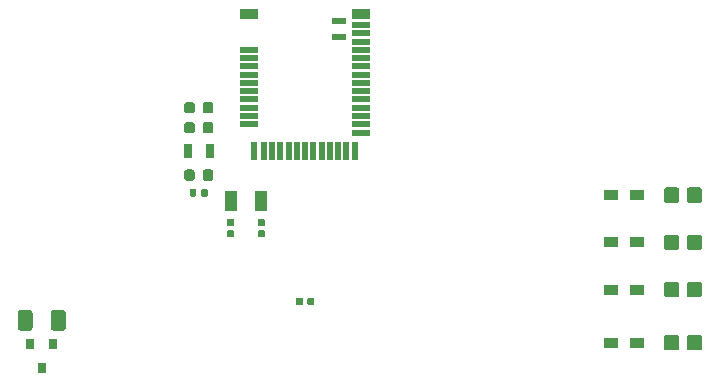
<source format=gtp>
G04 #@! TF.GenerationSoftware,KiCad,Pcbnew,5.1.5-52549c5~84~ubuntu18.04.1*
G04 #@! TF.CreationDate,2019-12-19T18:23:33+05:30*
G04 #@! TF.ProjectId,senseble_rev1,73656e73-6562-46c6-955f-726576312e6b,rev?*
G04 #@! TF.SameCoordinates,Original*
G04 #@! TF.FileFunction,Paste,Top*
G04 #@! TF.FilePolarity,Positive*
%FSLAX46Y46*%
G04 Gerber Fmt 4.6, Leading zero omitted, Abs format (unit mm)*
G04 Created by KiCad (PCBNEW 5.1.5-52549c5~84~ubuntu18.04.1) date 2019-12-19 18:23:33*
%MOMM*%
%LPD*%
G04 APERTURE LIST*
%ADD10C,0.100000*%
%ADD11R,0.700000X1.300000*%
%ADD12R,0.800000X0.900000*%
%ADD13R,1.200000X0.900000*%
%ADD14R,1.200000X0.500000*%
%ADD15R,1.600000X0.900000*%
%ADD16R,1.600000X0.500000*%
%ADD17R,0.500000X1.600000*%
%ADD18R,1.000000X1.800000*%
G04 APERTURE END LIST*
D10*
G36*
X22027691Y-18126053D02*
G01*
X22048926Y-18129203D01*
X22069750Y-18134419D01*
X22089962Y-18141651D01*
X22109368Y-18150830D01*
X22127781Y-18161866D01*
X22145024Y-18174654D01*
X22160930Y-18189070D01*
X22175346Y-18204976D01*
X22188134Y-18222219D01*
X22199170Y-18240632D01*
X22208349Y-18260038D01*
X22215581Y-18280250D01*
X22220797Y-18301074D01*
X22223947Y-18322309D01*
X22225000Y-18343750D01*
X22225000Y-18856250D01*
X22223947Y-18877691D01*
X22220797Y-18898926D01*
X22215581Y-18919750D01*
X22208349Y-18939962D01*
X22199170Y-18959368D01*
X22188134Y-18977781D01*
X22175346Y-18995024D01*
X22160930Y-19010930D01*
X22145024Y-19025346D01*
X22127781Y-19038134D01*
X22109368Y-19049170D01*
X22089962Y-19058349D01*
X22069750Y-19065581D01*
X22048926Y-19070797D01*
X22027691Y-19073947D01*
X22006250Y-19075000D01*
X21568750Y-19075000D01*
X21547309Y-19073947D01*
X21526074Y-19070797D01*
X21505250Y-19065581D01*
X21485038Y-19058349D01*
X21465632Y-19049170D01*
X21447219Y-19038134D01*
X21429976Y-19025346D01*
X21414070Y-19010930D01*
X21399654Y-18995024D01*
X21386866Y-18977781D01*
X21375830Y-18959368D01*
X21366651Y-18939962D01*
X21359419Y-18919750D01*
X21354203Y-18898926D01*
X21351053Y-18877691D01*
X21350000Y-18856250D01*
X21350000Y-18343750D01*
X21351053Y-18322309D01*
X21354203Y-18301074D01*
X21359419Y-18280250D01*
X21366651Y-18260038D01*
X21375830Y-18240632D01*
X21386866Y-18222219D01*
X21399654Y-18204976D01*
X21414070Y-18189070D01*
X21429976Y-18174654D01*
X21447219Y-18161866D01*
X21465632Y-18150830D01*
X21485038Y-18141651D01*
X21505250Y-18134419D01*
X21526074Y-18129203D01*
X21547309Y-18126053D01*
X21568750Y-18125000D01*
X22006250Y-18125000D01*
X22027691Y-18126053D01*
G37*
G36*
X20452691Y-18126053D02*
G01*
X20473926Y-18129203D01*
X20494750Y-18134419D01*
X20514962Y-18141651D01*
X20534368Y-18150830D01*
X20552781Y-18161866D01*
X20570024Y-18174654D01*
X20585930Y-18189070D01*
X20600346Y-18204976D01*
X20613134Y-18222219D01*
X20624170Y-18240632D01*
X20633349Y-18260038D01*
X20640581Y-18280250D01*
X20645797Y-18301074D01*
X20648947Y-18322309D01*
X20650000Y-18343750D01*
X20650000Y-18856250D01*
X20648947Y-18877691D01*
X20645797Y-18898926D01*
X20640581Y-18919750D01*
X20633349Y-18939962D01*
X20624170Y-18959368D01*
X20613134Y-18977781D01*
X20600346Y-18995024D01*
X20585930Y-19010930D01*
X20570024Y-19025346D01*
X20552781Y-19038134D01*
X20534368Y-19049170D01*
X20514962Y-19058349D01*
X20494750Y-19065581D01*
X20473926Y-19070797D01*
X20452691Y-19073947D01*
X20431250Y-19075000D01*
X19993750Y-19075000D01*
X19972309Y-19073947D01*
X19951074Y-19070797D01*
X19930250Y-19065581D01*
X19910038Y-19058349D01*
X19890632Y-19049170D01*
X19872219Y-19038134D01*
X19854976Y-19025346D01*
X19839070Y-19010930D01*
X19824654Y-18995024D01*
X19811866Y-18977781D01*
X19800830Y-18959368D01*
X19791651Y-18939962D01*
X19784419Y-18919750D01*
X19779203Y-18898926D01*
X19776053Y-18877691D01*
X19775000Y-18856250D01*
X19775000Y-18343750D01*
X19776053Y-18322309D01*
X19779203Y-18301074D01*
X19784419Y-18280250D01*
X19791651Y-18260038D01*
X19800830Y-18240632D01*
X19811866Y-18222219D01*
X19824654Y-18204976D01*
X19839070Y-18189070D01*
X19854976Y-18174654D01*
X19872219Y-18161866D01*
X19890632Y-18150830D01*
X19910038Y-18141651D01*
X19930250Y-18134419D01*
X19951074Y-18129203D01*
X19972309Y-18126053D01*
X19993750Y-18125000D01*
X20431250Y-18125000D01*
X20452691Y-18126053D01*
G37*
G36*
X6699504Y-35726204D02*
G01*
X6723773Y-35729804D01*
X6747571Y-35735765D01*
X6770671Y-35744030D01*
X6792849Y-35754520D01*
X6813893Y-35767133D01*
X6833598Y-35781747D01*
X6851777Y-35798223D01*
X6868253Y-35816402D01*
X6882867Y-35836107D01*
X6895480Y-35857151D01*
X6905970Y-35879329D01*
X6914235Y-35902429D01*
X6920196Y-35926227D01*
X6923796Y-35950496D01*
X6925000Y-35975000D01*
X6925000Y-37225000D01*
X6923796Y-37249504D01*
X6920196Y-37273773D01*
X6914235Y-37297571D01*
X6905970Y-37320671D01*
X6895480Y-37342849D01*
X6882867Y-37363893D01*
X6868253Y-37383598D01*
X6851777Y-37401777D01*
X6833598Y-37418253D01*
X6813893Y-37432867D01*
X6792849Y-37445480D01*
X6770671Y-37455970D01*
X6747571Y-37464235D01*
X6723773Y-37470196D01*
X6699504Y-37473796D01*
X6675000Y-37475000D01*
X5925000Y-37475000D01*
X5900496Y-37473796D01*
X5876227Y-37470196D01*
X5852429Y-37464235D01*
X5829329Y-37455970D01*
X5807151Y-37445480D01*
X5786107Y-37432867D01*
X5766402Y-37418253D01*
X5748223Y-37401777D01*
X5731747Y-37383598D01*
X5717133Y-37363893D01*
X5704520Y-37342849D01*
X5694030Y-37320671D01*
X5685765Y-37297571D01*
X5679804Y-37273773D01*
X5676204Y-37249504D01*
X5675000Y-37225000D01*
X5675000Y-35975000D01*
X5676204Y-35950496D01*
X5679804Y-35926227D01*
X5685765Y-35902429D01*
X5694030Y-35879329D01*
X5704520Y-35857151D01*
X5717133Y-35836107D01*
X5731747Y-35816402D01*
X5748223Y-35798223D01*
X5766402Y-35781747D01*
X5786107Y-35767133D01*
X5807151Y-35754520D01*
X5829329Y-35744030D01*
X5852429Y-35735765D01*
X5876227Y-35729804D01*
X5900496Y-35726204D01*
X5925000Y-35725000D01*
X6675000Y-35725000D01*
X6699504Y-35726204D01*
G37*
G36*
X9499504Y-35726204D02*
G01*
X9523773Y-35729804D01*
X9547571Y-35735765D01*
X9570671Y-35744030D01*
X9592849Y-35754520D01*
X9613893Y-35767133D01*
X9633598Y-35781747D01*
X9651777Y-35798223D01*
X9668253Y-35816402D01*
X9682867Y-35836107D01*
X9695480Y-35857151D01*
X9705970Y-35879329D01*
X9714235Y-35902429D01*
X9720196Y-35926227D01*
X9723796Y-35950496D01*
X9725000Y-35975000D01*
X9725000Y-37225000D01*
X9723796Y-37249504D01*
X9720196Y-37273773D01*
X9714235Y-37297571D01*
X9705970Y-37320671D01*
X9695480Y-37342849D01*
X9682867Y-37363893D01*
X9668253Y-37383598D01*
X9651777Y-37401777D01*
X9633598Y-37418253D01*
X9613893Y-37432867D01*
X9592849Y-37445480D01*
X9570671Y-37455970D01*
X9547571Y-37464235D01*
X9523773Y-37470196D01*
X9499504Y-37473796D01*
X9475000Y-37475000D01*
X8725000Y-37475000D01*
X8700496Y-37473796D01*
X8676227Y-37470196D01*
X8652429Y-37464235D01*
X8629329Y-37455970D01*
X8607151Y-37445480D01*
X8586107Y-37432867D01*
X8566402Y-37418253D01*
X8548223Y-37401777D01*
X8531747Y-37383598D01*
X8517133Y-37363893D01*
X8504520Y-37342849D01*
X8494030Y-37320671D01*
X8485765Y-37297571D01*
X8479804Y-37273773D01*
X8476204Y-37249504D01*
X8475000Y-37225000D01*
X8475000Y-35975000D01*
X8476204Y-35950496D01*
X8479804Y-35926227D01*
X8485765Y-35902429D01*
X8494030Y-35879329D01*
X8504520Y-35857151D01*
X8517133Y-35836107D01*
X8531747Y-35816402D01*
X8548223Y-35798223D01*
X8566402Y-35781747D01*
X8586107Y-35767133D01*
X8607151Y-35754520D01*
X8629329Y-35744030D01*
X8652429Y-35735765D01*
X8676227Y-35729804D01*
X8700496Y-35726204D01*
X8725000Y-35725000D01*
X9475000Y-35725000D01*
X9499504Y-35726204D01*
G37*
G36*
X20452691Y-23826053D02*
G01*
X20473926Y-23829203D01*
X20494750Y-23834419D01*
X20514962Y-23841651D01*
X20534368Y-23850830D01*
X20552781Y-23861866D01*
X20570024Y-23874654D01*
X20585930Y-23889070D01*
X20600346Y-23904976D01*
X20613134Y-23922219D01*
X20624170Y-23940632D01*
X20633349Y-23960038D01*
X20640581Y-23980250D01*
X20645797Y-24001074D01*
X20648947Y-24022309D01*
X20650000Y-24043750D01*
X20650000Y-24556250D01*
X20648947Y-24577691D01*
X20645797Y-24598926D01*
X20640581Y-24619750D01*
X20633349Y-24639962D01*
X20624170Y-24659368D01*
X20613134Y-24677781D01*
X20600346Y-24695024D01*
X20585930Y-24710930D01*
X20570024Y-24725346D01*
X20552781Y-24738134D01*
X20534368Y-24749170D01*
X20514962Y-24758349D01*
X20494750Y-24765581D01*
X20473926Y-24770797D01*
X20452691Y-24773947D01*
X20431250Y-24775000D01*
X19993750Y-24775000D01*
X19972309Y-24773947D01*
X19951074Y-24770797D01*
X19930250Y-24765581D01*
X19910038Y-24758349D01*
X19890632Y-24749170D01*
X19872219Y-24738134D01*
X19854976Y-24725346D01*
X19839070Y-24710930D01*
X19824654Y-24695024D01*
X19811866Y-24677781D01*
X19800830Y-24659368D01*
X19791651Y-24639962D01*
X19784419Y-24619750D01*
X19779203Y-24598926D01*
X19776053Y-24577691D01*
X19775000Y-24556250D01*
X19775000Y-24043750D01*
X19776053Y-24022309D01*
X19779203Y-24001074D01*
X19784419Y-23980250D01*
X19791651Y-23960038D01*
X19800830Y-23940632D01*
X19811866Y-23922219D01*
X19824654Y-23904976D01*
X19839070Y-23889070D01*
X19854976Y-23874654D01*
X19872219Y-23861866D01*
X19890632Y-23850830D01*
X19910038Y-23841651D01*
X19930250Y-23834419D01*
X19951074Y-23829203D01*
X19972309Y-23826053D01*
X19993750Y-23825000D01*
X20431250Y-23825000D01*
X20452691Y-23826053D01*
G37*
G36*
X22027691Y-23826053D02*
G01*
X22048926Y-23829203D01*
X22069750Y-23834419D01*
X22089962Y-23841651D01*
X22109368Y-23850830D01*
X22127781Y-23861866D01*
X22145024Y-23874654D01*
X22160930Y-23889070D01*
X22175346Y-23904976D01*
X22188134Y-23922219D01*
X22199170Y-23940632D01*
X22208349Y-23960038D01*
X22215581Y-23980250D01*
X22220797Y-24001074D01*
X22223947Y-24022309D01*
X22225000Y-24043750D01*
X22225000Y-24556250D01*
X22223947Y-24577691D01*
X22220797Y-24598926D01*
X22215581Y-24619750D01*
X22208349Y-24639962D01*
X22199170Y-24659368D01*
X22188134Y-24677781D01*
X22175346Y-24695024D01*
X22160930Y-24710930D01*
X22145024Y-24725346D01*
X22127781Y-24738134D01*
X22109368Y-24749170D01*
X22089962Y-24758349D01*
X22069750Y-24765581D01*
X22048926Y-24770797D01*
X22027691Y-24773947D01*
X22006250Y-24775000D01*
X21568750Y-24775000D01*
X21547309Y-24773947D01*
X21526074Y-24770797D01*
X21505250Y-24765581D01*
X21485038Y-24758349D01*
X21465632Y-24749170D01*
X21447219Y-24738134D01*
X21429976Y-24725346D01*
X21414070Y-24710930D01*
X21399654Y-24695024D01*
X21386866Y-24677781D01*
X21375830Y-24659368D01*
X21366651Y-24639962D01*
X21359419Y-24619750D01*
X21354203Y-24598926D01*
X21351053Y-24577691D01*
X21350000Y-24556250D01*
X21350000Y-24043750D01*
X21351053Y-24022309D01*
X21354203Y-24001074D01*
X21359419Y-23980250D01*
X21366651Y-23960038D01*
X21375830Y-23940632D01*
X21386866Y-23922219D01*
X21399654Y-23904976D01*
X21414070Y-23889070D01*
X21429976Y-23874654D01*
X21447219Y-23861866D01*
X21465632Y-23850830D01*
X21485038Y-23841651D01*
X21505250Y-23834419D01*
X21526074Y-23829203D01*
X21547309Y-23826053D01*
X21568750Y-23825000D01*
X22006250Y-23825000D01*
X22027691Y-23826053D01*
G37*
G36*
X23886958Y-28990710D02*
G01*
X23901276Y-28992834D01*
X23915317Y-28996351D01*
X23928946Y-29001228D01*
X23942031Y-29007417D01*
X23954447Y-29014858D01*
X23966073Y-29023481D01*
X23976798Y-29033202D01*
X23986519Y-29043927D01*
X23995142Y-29055553D01*
X24002583Y-29067969D01*
X24008772Y-29081054D01*
X24013649Y-29094683D01*
X24017166Y-29108724D01*
X24019290Y-29123042D01*
X24020000Y-29137500D01*
X24020000Y-29432500D01*
X24019290Y-29446958D01*
X24017166Y-29461276D01*
X24013649Y-29475317D01*
X24008772Y-29488946D01*
X24002583Y-29502031D01*
X23995142Y-29514447D01*
X23986519Y-29526073D01*
X23976798Y-29536798D01*
X23966073Y-29546519D01*
X23954447Y-29555142D01*
X23942031Y-29562583D01*
X23928946Y-29568772D01*
X23915317Y-29573649D01*
X23901276Y-29577166D01*
X23886958Y-29579290D01*
X23872500Y-29580000D01*
X23527500Y-29580000D01*
X23513042Y-29579290D01*
X23498724Y-29577166D01*
X23484683Y-29573649D01*
X23471054Y-29568772D01*
X23457969Y-29562583D01*
X23445553Y-29555142D01*
X23433927Y-29546519D01*
X23423202Y-29536798D01*
X23413481Y-29526073D01*
X23404858Y-29514447D01*
X23397417Y-29502031D01*
X23391228Y-29488946D01*
X23386351Y-29475317D01*
X23382834Y-29461276D01*
X23380710Y-29446958D01*
X23380000Y-29432500D01*
X23380000Y-29137500D01*
X23380710Y-29123042D01*
X23382834Y-29108724D01*
X23386351Y-29094683D01*
X23391228Y-29081054D01*
X23397417Y-29067969D01*
X23404858Y-29055553D01*
X23413481Y-29043927D01*
X23423202Y-29033202D01*
X23433927Y-29023481D01*
X23445553Y-29014858D01*
X23457969Y-29007417D01*
X23471054Y-29001228D01*
X23484683Y-28996351D01*
X23498724Y-28992834D01*
X23513042Y-28990710D01*
X23527500Y-28990000D01*
X23872500Y-28990000D01*
X23886958Y-28990710D01*
G37*
G36*
X23886958Y-28020710D02*
G01*
X23901276Y-28022834D01*
X23915317Y-28026351D01*
X23928946Y-28031228D01*
X23942031Y-28037417D01*
X23954447Y-28044858D01*
X23966073Y-28053481D01*
X23976798Y-28063202D01*
X23986519Y-28073927D01*
X23995142Y-28085553D01*
X24002583Y-28097969D01*
X24008772Y-28111054D01*
X24013649Y-28124683D01*
X24017166Y-28138724D01*
X24019290Y-28153042D01*
X24020000Y-28167500D01*
X24020000Y-28462500D01*
X24019290Y-28476958D01*
X24017166Y-28491276D01*
X24013649Y-28505317D01*
X24008772Y-28518946D01*
X24002583Y-28532031D01*
X23995142Y-28544447D01*
X23986519Y-28556073D01*
X23976798Y-28566798D01*
X23966073Y-28576519D01*
X23954447Y-28585142D01*
X23942031Y-28592583D01*
X23928946Y-28598772D01*
X23915317Y-28603649D01*
X23901276Y-28607166D01*
X23886958Y-28609290D01*
X23872500Y-28610000D01*
X23527500Y-28610000D01*
X23513042Y-28609290D01*
X23498724Y-28607166D01*
X23484683Y-28603649D01*
X23471054Y-28598772D01*
X23457969Y-28592583D01*
X23445553Y-28585142D01*
X23433927Y-28576519D01*
X23423202Y-28566798D01*
X23413481Y-28556073D01*
X23404858Y-28544447D01*
X23397417Y-28532031D01*
X23391228Y-28518946D01*
X23386351Y-28505317D01*
X23382834Y-28491276D01*
X23380710Y-28476958D01*
X23380000Y-28462500D01*
X23380000Y-28167500D01*
X23380710Y-28153042D01*
X23382834Y-28138724D01*
X23386351Y-28124683D01*
X23391228Y-28111054D01*
X23397417Y-28097969D01*
X23404858Y-28085553D01*
X23413481Y-28073927D01*
X23423202Y-28063202D01*
X23433927Y-28053481D01*
X23445553Y-28044858D01*
X23457969Y-28037417D01*
X23471054Y-28031228D01*
X23484683Y-28026351D01*
X23498724Y-28022834D01*
X23513042Y-28020710D01*
X23527500Y-28020000D01*
X23872500Y-28020000D01*
X23886958Y-28020710D01*
G37*
G36*
X21646958Y-25480710D02*
G01*
X21661276Y-25482834D01*
X21675317Y-25486351D01*
X21688946Y-25491228D01*
X21702031Y-25497417D01*
X21714447Y-25504858D01*
X21726073Y-25513481D01*
X21736798Y-25523202D01*
X21746519Y-25533927D01*
X21755142Y-25545553D01*
X21762583Y-25557969D01*
X21768772Y-25571054D01*
X21773649Y-25584683D01*
X21777166Y-25598724D01*
X21779290Y-25613042D01*
X21780000Y-25627500D01*
X21780000Y-25972500D01*
X21779290Y-25986958D01*
X21777166Y-26001276D01*
X21773649Y-26015317D01*
X21768772Y-26028946D01*
X21762583Y-26042031D01*
X21755142Y-26054447D01*
X21746519Y-26066073D01*
X21736798Y-26076798D01*
X21726073Y-26086519D01*
X21714447Y-26095142D01*
X21702031Y-26102583D01*
X21688946Y-26108772D01*
X21675317Y-26113649D01*
X21661276Y-26117166D01*
X21646958Y-26119290D01*
X21632500Y-26120000D01*
X21337500Y-26120000D01*
X21323042Y-26119290D01*
X21308724Y-26117166D01*
X21294683Y-26113649D01*
X21281054Y-26108772D01*
X21267969Y-26102583D01*
X21255553Y-26095142D01*
X21243927Y-26086519D01*
X21233202Y-26076798D01*
X21223481Y-26066073D01*
X21214858Y-26054447D01*
X21207417Y-26042031D01*
X21201228Y-26028946D01*
X21196351Y-26015317D01*
X21192834Y-26001276D01*
X21190710Y-25986958D01*
X21190000Y-25972500D01*
X21190000Y-25627500D01*
X21190710Y-25613042D01*
X21192834Y-25598724D01*
X21196351Y-25584683D01*
X21201228Y-25571054D01*
X21207417Y-25557969D01*
X21214858Y-25545553D01*
X21223481Y-25533927D01*
X21233202Y-25523202D01*
X21243927Y-25513481D01*
X21255553Y-25504858D01*
X21267969Y-25497417D01*
X21281054Y-25491228D01*
X21294683Y-25486351D01*
X21308724Y-25482834D01*
X21323042Y-25480710D01*
X21337500Y-25480000D01*
X21632500Y-25480000D01*
X21646958Y-25480710D01*
G37*
G36*
X20676958Y-25480710D02*
G01*
X20691276Y-25482834D01*
X20705317Y-25486351D01*
X20718946Y-25491228D01*
X20732031Y-25497417D01*
X20744447Y-25504858D01*
X20756073Y-25513481D01*
X20766798Y-25523202D01*
X20776519Y-25533927D01*
X20785142Y-25545553D01*
X20792583Y-25557969D01*
X20798772Y-25571054D01*
X20803649Y-25584683D01*
X20807166Y-25598724D01*
X20809290Y-25613042D01*
X20810000Y-25627500D01*
X20810000Y-25972500D01*
X20809290Y-25986958D01*
X20807166Y-26001276D01*
X20803649Y-26015317D01*
X20798772Y-26028946D01*
X20792583Y-26042031D01*
X20785142Y-26054447D01*
X20776519Y-26066073D01*
X20766798Y-26076798D01*
X20756073Y-26086519D01*
X20744447Y-26095142D01*
X20732031Y-26102583D01*
X20718946Y-26108772D01*
X20705317Y-26113649D01*
X20691276Y-26117166D01*
X20676958Y-26119290D01*
X20662500Y-26120000D01*
X20367500Y-26120000D01*
X20353042Y-26119290D01*
X20338724Y-26117166D01*
X20324683Y-26113649D01*
X20311054Y-26108772D01*
X20297969Y-26102583D01*
X20285553Y-26095142D01*
X20273927Y-26086519D01*
X20263202Y-26076798D01*
X20253481Y-26066073D01*
X20244858Y-26054447D01*
X20237417Y-26042031D01*
X20231228Y-26028946D01*
X20226351Y-26015317D01*
X20222834Y-26001276D01*
X20220710Y-25986958D01*
X20220000Y-25972500D01*
X20220000Y-25627500D01*
X20220710Y-25613042D01*
X20222834Y-25598724D01*
X20226351Y-25584683D01*
X20231228Y-25571054D01*
X20237417Y-25557969D01*
X20244858Y-25545553D01*
X20253481Y-25533927D01*
X20263202Y-25523202D01*
X20273927Y-25513481D01*
X20285553Y-25504858D01*
X20297969Y-25497417D01*
X20311054Y-25491228D01*
X20324683Y-25486351D01*
X20338724Y-25482834D01*
X20353042Y-25480710D01*
X20367500Y-25480000D01*
X20662500Y-25480000D01*
X20676958Y-25480710D01*
G37*
G36*
X26486958Y-28020710D02*
G01*
X26501276Y-28022834D01*
X26515317Y-28026351D01*
X26528946Y-28031228D01*
X26542031Y-28037417D01*
X26554447Y-28044858D01*
X26566073Y-28053481D01*
X26576798Y-28063202D01*
X26586519Y-28073927D01*
X26595142Y-28085553D01*
X26602583Y-28097969D01*
X26608772Y-28111054D01*
X26613649Y-28124683D01*
X26617166Y-28138724D01*
X26619290Y-28153042D01*
X26620000Y-28167500D01*
X26620000Y-28462500D01*
X26619290Y-28476958D01*
X26617166Y-28491276D01*
X26613649Y-28505317D01*
X26608772Y-28518946D01*
X26602583Y-28532031D01*
X26595142Y-28544447D01*
X26586519Y-28556073D01*
X26576798Y-28566798D01*
X26566073Y-28576519D01*
X26554447Y-28585142D01*
X26542031Y-28592583D01*
X26528946Y-28598772D01*
X26515317Y-28603649D01*
X26501276Y-28607166D01*
X26486958Y-28609290D01*
X26472500Y-28610000D01*
X26127500Y-28610000D01*
X26113042Y-28609290D01*
X26098724Y-28607166D01*
X26084683Y-28603649D01*
X26071054Y-28598772D01*
X26057969Y-28592583D01*
X26045553Y-28585142D01*
X26033927Y-28576519D01*
X26023202Y-28566798D01*
X26013481Y-28556073D01*
X26004858Y-28544447D01*
X25997417Y-28532031D01*
X25991228Y-28518946D01*
X25986351Y-28505317D01*
X25982834Y-28491276D01*
X25980710Y-28476958D01*
X25980000Y-28462500D01*
X25980000Y-28167500D01*
X25980710Y-28153042D01*
X25982834Y-28138724D01*
X25986351Y-28124683D01*
X25991228Y-28111054D01*
X25997417Y-28097969D01*
X26004858Y-28085553D01*
X26013481Y-28073927D01*
X26023202Y-28063202D01*
X26033927Y-28053481D01*
X26045553Y-28044858D01*
X26057969Y-28037417D01*
X26071054Y-28031228D01*
X26084683Y-28026351D01*
X26098724Y-28022834D01*
X26113042Y-28020710D01*
X26127500Y-28020000D01*
X26472500Y-28020000D01*
X26486958Y-28020710D01*
G37*
G36*
X26486958Y-28990710D02*
G01*
X26501276Y-28992834D01*
X26515317Y-28996351D01*
X26528946Y-29001228D01*
X26542031Y-29007417D01*
X26554447Y-29014858D01*
X26566073Y-29023481D01*
X26576798Y-29033202D01*
X26586519Y-29043927D01*
X26595142Y-29055553D01*
X26602583Y-29067969D01*
X26608772Y-29081054D01*
X26613649Y-29094683D01*
X26617166Y-29108724D01*
X26619290Y-29123042D01*
X26620000Y-29137500D01*
X26620000Y-29432500D01*
X26619290Y-29446958D01*
X26617166Y-29461276D01*
X26613649Y-29475317D01*
X26608772Y-29488946D01*
X26602583Y-29502031D01*
X26595142Y-29514447D01*
X26586519Y-29526073D01*
X26576798Y-29536798D01*
X26566073Y-29546519D01*
X26554447Y-29555142D01*
X26542031Y-29562583D01*
X26528946Y-29568772D01*
X26515317Y-29573649D01*
X26501276Y-29577166D01*
X26486958Y-29579290D01*
X26472500Y-29580000D01*
X26127500Y-29580000D01*
X26113042Y-29579290D01*
X26098724Y-29577166D01*
X26084683Y-29573649D01*
X26071054Y-29568772D01*
X26057969Y-29562583D01*
X26045553Y-29555142D01*
X26033927Y-29546519D01*
X26023202Y-29536798D01*
X26013481Y-29526073D01*
X26004858Y-29514447D01*
X25997417Y-29502031D01*
X25991228Y-29488946D01*
X25986351Y-29475317D01*
X25982834Y-29461276D01*
X25980710Y-29446958D01*
X25980000Y-29432500D01*
X25980000Y-29137500D01*
X25980710Y-29123042D01*
X25982834Y-29108724D01*
X25986351Y-29094683D01*
X25991228Y-29081054D01*
X25997417Y-29067969D01*
X26004858Y-29055553D01*
X26013481Y-29043927D01*
X26023202Y-29033202D01*
X26033927Y-29023481D01*
X26045553Y-29014858D01*
X26057969Y-29007417D01*
X26071054Y-29001228D01*
X26084683Y-28996351D01*
X26098724Y-28992834D01*
X26113042Y-28990710D01*
X26127500Y-28990000D01*
X26472500Y-28990000D01*
X26486958Y-28990710D01*
G37*
G36*
X30646958Y-34680710D02*
G01*
X30661276Y-34682834D01*
X30675317Y-34686351D01*
X30688946Y-34691228D01*
X30702031Y-34697417D01*
X30714447Y-34704858D01*
X30726073Y-34713481D01*
X30736798Y-34723202D01*
X30746519Y-34733927D01*
X30755142Y-34745553D01*
X30762583Y-34757969D01*
X30768772Y-34771054D01*
X30773649Y-34784683D01*
X30777166Y-34798724D01*
X30779290Y-34813042D01*
X30780000Y-34827500D01*
X30780000Y-35172500D01*
X30779290Y-35186958D01*
X30777166Y-35201276D01*
X30773649Y-35215317D01*
X30768772Y-35228946D01*
X30762583Y-35242031D01*
X30755142Y-35254447D01*
X30746519Y-35266073D01*
X30736798Y-35276798D01*
X30726073Y-35286519D01*
X30714447Y-35295142D01*
X30702031Y-35302583D01*
X30688946Y-35308772D01*
X30675317Y-35313649D01*
X30661276Y-35317166D01*
X30646958Y-35319290D01*
X30632500Y-35320000D01*
X30337500Y-35320000D01*
X30323042Y-35319290D01*
X30308724Y-35317166D01*
X30294683Y-35313649D01*
X30281054Y-35308772D01*
X30267969Y-35302583D01*
X30255553Y-35295142D01*
X30243927Y-35286519D01*
X30233202Y-35276798D01*
X30223481Y-35266073D01*
X30214858Y-35254447D01*
X30207417Y-35242031D01*
X30201228Y-35228946D01*
X30196351Y-35215317D01*
X30192834Y-35201276D01*
X30190710Y-35186958D01*
X30190000Y-35172500D01*
X30190000Y-34827500D01*
X30190710Y-34813042D01*
X30192834Y-34798724D01*
X30196351Y-34784683D01*
X30201228Y-34771054D01*
X30207417Y-34757969D01*
X30214858Y-34745553D01*
X30223481Y-34733927D01*
X30233202Y-34723202D01*
X30243927Y-34713481D01*
X30255553Y-34704858D01*
X30267969Y-34697417D01*
X30281054Y-34691228D01*
X30294683Y-34686351D01*
X30308724Y-34682834D01*
X30323042Y-34680710D01*
X30337500Y-34680000D01*
X30632500Y-34680000D01*
X30646958Y-34680710D01*
G37*
G36*
X29676958Y-34680710D02*
G01*
X29691276Y-34682834D01*
X29705317Y-34686351D01*
X29718946Y-34691228D01*
X29732031Y-34697417D01*
X29744447Y-34704858D01*
X29756073Y-34713481D01*
X29766798Y-34723202D01*
X29776519Y-34733927D01*
X29785142Y-34745553D01*
X29792583Y-34757969D01*
X29798772Y-34771054D01*
X29803649Y-34784683D01*
X29807166Y-34798724D01*
X29809290Y-34813042D01*
X29810000Y-34827500D01*
X29810000Y-35172500D01*
X29809290Y-35186958D01*
X29807166Y-35201276D01*
X29803649Y-35215317D01*
X29798772Y-35228946D01*
X29792583Y-35242031D01*
X29785142Y-35254447D01*
X29776519Y-35266073D01*
X29766798Y-35276798D01*
X29756073Y-35286519D01*
X29744447Y-35295142D01*
X29732031Y-35302583D01*
X29718946Y-35308772D01*
X29705317Y-35313649D01*
X29691276Y-35317166D01*
X29676958Y-35319290D01*
X29662500Y-35320000D01*
X29367500Y-35320000D01*
X29353042Y-35319290D01*
X29338724Y-35317166D01*
X29324683Y-35313649D01*
X29311054Y-35308772D01*
X29297969Y-35302583D01*
X29285553Y-35295142D01*
X29273927Y-35286519D01*
X29263202Y-35276798D01*
X29253481Y-35266073D01*
X29244858Y-35254447D01*
X29237417Y-35242031D01*
X29231228Y-35228946D01*
X29226351Y-35215317D01*
X29222834Y-35201276D01*
X29220710Y-35186958D01*
X29220000Y-35172500D01*
X29220000Y-34827500D01*
X29220710Y-34813042D01*
X29222834Y-34798724D01*
X29226351Y-34784683D01*
X29231228Y-34771054D01*
X29237417Y-34757969D01*
X29244858Y-34745553D01*
X29253481Y-34733927D01*
X29263202Y-34723202D01*
X29273927Y-34713481D01*
X29285553Y-34704858D01*
X29297969Y-34697417D01*
X29311054Y-34691228D01*
X29324683Y-34686351D01*
X29338724Y-34682834D01*
X29353042Y-34680710D01*
X29367500Y-34680000D01*
X29662500Y-34680000D01*
X29676958Y-34680710D01*
G37*
G36*
X63399504Y-29351204D02*
G01*
X63423773Y-29354804D01*
X63447571Y-29360765D01*
X63470671Y-29369030D01*
X63492849Y-29379520D01*
X63513893Y-29392133D01*
X63533598Y-29406747D01*
X63551777Y-29423223D01*
X63568253Y-29441402D01*
X63582867Y-29461107D01*
X63595480Y-29482151D01*
X63605970Y-29504329D01*
X63614235Y-29527429D01*
X63620196Y-29551227D01*
X63623796Y-29575496D01*
X63625000Y-29600000D01*
X63625000Y-30400000D01*
X63623796Y-30424504D01*
X63620196Y-30448773D01*
X63614235Y-30472571D01*
X63605970Y-30495671D01*
X63595480Y-30517849D01*
X63582867Y-30538893D01*
X63568253Y-30558598D01*
X63551777Y-30576777D01*
X63533598Y-30593253D01*
X63513893Y-30607867D01*
X63492849Y-30620480D01*
X63470671Y-30630970D01*
X63447571Y-30639235D01*
X63423773Y-30645196D01*
X63399504Y-30648796D01*
X63375000Y-30650000D01*
X62550000Y-30650000D01*
X62525496Y-30648796D01*
X62501227Y-30645196D01*
X62477429Y-30639235D01*
X62454329Y-30630970D01*
X62432151Y-30620480D01*
X62411107Y-30607867D01*
X62391402Y-30593253D01*
X62373223Y-30576777D01*
X62356747Y-30558598D01*
X62342133Y-30538893D01*
X62329520Y-30517849D01*
X62319030Y-30495671D01*
X62310765Y-30472571D01*
X62304804Y-30448773D01*
X62301204Y-30424504D01*
X62300000Y-30400000D01*
X62300000Y-29600000D01*
X62301204Y-29575496D01*
X62304804Y-29551227D01*
X62310765Y-29527429D01*
X62319030Y-29504329D01*
X62329520Y-29482151D01*
X62342133Y-29461107D01*
X62356747Y-29441402D01*
X62373223Y-29423223D01*
X62391402Y-29406747D01*
X62411107Y-29392133D01*
X62432151Y-29379520D01*
X62454329Y-29369030D01*
X62477429Y-29360765D01*
X62501227Y-29354804D01*
X62525496Y-29351204D01*
X62550000Y-29350000D01*
X63375000Y-29350000D01*
X63399504Y-29351204D01*
G37*
G36*
X61474504Y-29351204D02*
G01*
X61498773Y-29354804D01*
X61522571Y-29360765D01*
X61545671Y-29369030D01*
X61567849Y-29379520D01*
X61588893Y-29392133D01*
X61608598Y-29406747D01*
X61626777Y-29423223D01*
X61643253Y-29441402D01*
X61657867Y-29461107D01*
X61670480Y-29482151D01*
X61680970Y-29504329D01*
X61689235Y-29527429D01*
X61695196Y-29551227D01*
X61698796Y-29575496D01*
X61700000Y-29600000D01*
X61700000Y-30400000D01*
X61698796Y-30424504D01*
X61695196Y-30448773D01*
X61689235Y-30472571D01*
X61680970Y-30495671D01*
X61670480Y-30517849D01*
X61657867Y-30538893D01*
X61643253Y-30558598D01*
X61626777Y-30576777D01*
X61608598Y-30593253D01*
X61588893Y-30607867D01*
X61567849Y-30620480D01*
X61545671Y-30630970D01*
X61522571Y-30639235D01*
X61498773Y-30645196D01*
X61474504Y-30648796D01*
X61450000Y-30650000D01*
X60625000Y-30650000D01*
X60600496Y-30648796D01*
X60576227Y-30645196D01*
X60552429Y-30639235D01*
X60529329Y-30630970D01*
X60507151Y-30620480D01*
X60486107Y-30607867D01*
X60466402Y-30593253D01*
X60448223Y-30576777D01*
X60431747Y-30558598D01*
X60417133Y-30538893D01*
X60404520Y-30517849D01*
X60394030Y-30495671D01*
X60385765Y-30472571D01*
X60379804Y-30448773D01*
X60376204Y-30424504D01*
X60375000Y-30400000D01*
X60375000Y-29600000D01*
X60376204Y-29575496D01*
X60379804Y-29551227D01*
X60385765Y-29527429D01*
X60394030Y-29504329D01*
X60404520Y-29482151D01*
X60417133Y-29461107D01*
X60431747Y-29441402D01*
X60448223Y-29423223D01*
X60466402Y-29406747D01*
X60486107Y-29392133D01*
X60507151Y-29379520D01*
X60529329Y-29369030D01*
X60552429Y-29360765D01*
X60576227Y-29354804D01*
X60600496Y-29351204D01*
X60625000Y-29350000D01*
X61450000Y-29350000D01*
X61474504Y-29351204D01*
G37*
G36*
X61474504Y-33351204D02*
G01*
X61498773Y-33354804D01*
X61522571Y-33360765D01*
X61545671Y-33369030D01*
X61567849Y-33379520D01*
X61588893Y-33392133D01*
X61608598Y-33406747D01*
X61626777Y-33423223D01*
X61643253Y-33441402D01*
X61657867Y-33461107D01*
X61670480Y-33482151D01*
X61680970Y-33504329D01*
X61689235Y-33527429D01*
X61695196Y-33551227D01*
X61698796Y-33575496D01*
X61700000Y-33600000D01*
X61700000Y-34400000D01*
X61698796Y-34424504D01*
X61695196Y-34448773D01*
X61689235Y-34472571D01*
X61680970Y-34495671D01*
X61670480Y-34517849D01*
X61657867Y-34538893D01*
X61643253Y-34558598D01*
X61626777Y-34576777D01*
X61608598Y-34593253D01*
X61588893Y-34607867D01*
X61567849Y-34620480D01*
X61545671Y-34630970D01*
X61522571Y-34639235D01*
X61498773Y-34645196D01*
X61474504Y-34648796D01*
X61450000Y-34650000D01*
X60625000Y-34650000D01*
X60600496Y-34648796D01*
X60576227Y-34645196D01*
X60552429Y-34639235D01*
X60529329Y-34630970D01*
X60507151Y-34620480D01*
X60486107Y-34607867D01*
X60466402Y-34593253D01*
X60448223Y-34576777D01*
X60431747Y-34558598D01*
X60417133Y-34538893D01*
X60404520Y-34517849D01*
X60394030Y-34495671D01*
X60385765Y-34472571D01*
X60379804Y-34448773D01*
X60376204Y-34424504D01*
X60375000Y-34400000D01*
X60375000Y-33600000D01*
X60376204Y-33575496D01*
X60379804Y-33551227D01*
X60385765Y-33527429D01*
X60394030Y-33504329D01*
X60404520Y-33482151D01*
X60417133Y-33461107D01*
X60431747Y-33441402D01*
X60448223Y-33423223D01*
X60466402Y-33406747D01*
X60486107Y-33392133D01*
X60507151Y-33379520D01*
X60529329Y-33369030D01*
X60552429Y-33360765D01*
X60576227Y-33354804D01*
X60600496Y-33351204D01*
X60625000Y-33350000D01*
X61450000Y-33350000D01*
X61474504Y-33351204D01*
G37*
G36*
X63399504Y-33351204D02*
G01*
X63423773Y-33354804D01*
X63447571Y-33360765D01*
X63470671Y-33369030D01*
X63492849Y-33379520D01*
X63513893Y-33392133D01*
X63533598Y-33406747D01*
X63551777Y-33423223D01*
X63568253Y-33441402D01*
X63582867Y-33461107D01*
X63595480Y-33482151D01*
X63605970Y-33504329D01*
X63614235Y-33527429D01*
X63620196Y-33551227D01*
X63623796Y-33575496D01*
X63625000Y-33600000D01*
X63625000Y-34400000D01*
X63623796Y-34424504D01*
X63620196Y-34448773D01*
X63614235Y-34472571D01*
X63605970Y-34495671D01*
X63595480Y-34517849D01*
X63582867Y-34538893D01*
X63568253Y-34558598D01*
X63551777Y-34576777D01*
X63533598Y-34593253D01*
X63513893Y-34607867D01*
X63492849Y-34620480D01*
X63470671Y-34630970D01*
X63447571Y-34639235D01*
X63423773Y-34645196D01*
X63399504Y-34648796D01*
X63375000Y-34650000D01*
X62550000Y-34650000D01*
X62525496Y-34648796D01*
X62501227Y-34645196D01*
X62477429Y-34639235D01*
X62454329Y-34630970D01*
X62432151Y-34620480D01*
X62411107Y-34607867D01*
X62391402Y-34593253D01*
X62373223Y-34576777D01*
X62356747Y-34558598D01*
X62342133Y-34538893D01*
X62329520Y-34517849D01*
X62319030Y-34495671D01*
X62310765Y-34472571D01*
X62304804Y-34448773D01*
X62301204Y-34424504D01*
X62300000Y-34400000D01*
X62300000Y-33600000D01*
X62301204Y-33575496D01*
X62304804Y-33551227D01*
X62310765Y-33527429D01*
X62319030Y-33504329D01*
X62329520Y-33482151D01*
X62342133Y-33461107D01*
X62356747Y-33441402D01*
X62373223Y-33423223D01*
X62391402Y-33406747D01*
X62411107Y-33392133D01*
X62432151Y-33379520D01*
X62454329Y-33369030D01*
X62477429Y-33360765D01*
X62501227Y-33354804D01*
X62525496Y-33351204D01*
X62550000Y-33350000D01*
X63375000Y-33350000D01*
X63399504Y-33351204D01*
G37*
G36*
X63399504Y-37851204D02*
G01*
X63423773Y-37854804D01*
X63447571Y-37860765D01*
X63470671Y-37869030D01*
X63492849Y-37879520D01*
X63513893Y-37892133D01*
X63533598Y-37906747D01*
X63551777Y-37923223D01*
X63568253Y-37941402D01*
X63582867Y-37961107D01*
X63595480Y-37982151D01*
X63605970Y-38004329D01*
X63614235Y-38027429D01*
X63620196Y-38051227D01*
X63623796Y-38075496D01*
X63625000Y-38100000D01*
X63625000Y-38900000D01*
X63623796Y-38924504D01*
X63620196Y-38948773D01*
X63614235Y-38972571D01*
X63605970Y-38995671D01*
X63595480Y-39017849D01*
X63582867Y-39038893D01*
X63568253Y-39058598D01*
X63551777Y-39076777D01*
X63533598Y-39093253D01*
X63513893Y-39107867D01*
X63492849Y-39120480D01*
X63470671Y-39130970D01*
X63447571Y-39139235D01*
X63423773Y-39145196D01*
X63399504Y-39148796D01*
X63375000Y-39150000D01*
X62550000Y-39150000D01*
X62525496Y-39148796D01*
X62501227Y-39145196D01*
X62477429Y-39139235D01*
X62454329Y-39130970D01*
X62432151Y-39120480D01*
X62411107Y-39107867D01*
X62391402Y-39093253D01*
X62373223Y-39076777D01*
X62356747Y-39058598D01*
X62342133Y-39038893D01*
X62329520Y-39017849D01*
X62319030Y-38995671D01*
X62310765Y-38972571D01*
X62304804Y-38948773D01*
X62301204Y-38924504D01*
X62300000Y-38900000D01*
X62300000Y-38100000D01*
X62301204Y-38075496D01*
X62304804Y-38051227D01*
X62310765Y-38027429D01*
X62319030Y-38004329D01*
X62329520Y-37982151D01*
X62342133Y-37961107D01*
X62356747Y-37941402D01*
X62373223Y-37923223D01*
X62391402Y-37906747D01*
X62411107Y-37892133D01*
X62432151Y-37879520D01*
X62454329Y-37869030D01*
X62477429Y-37860765D01*
X62501227Y-37854804D01*
X62525496Y-37851204D01*
X62550000Y-37850000D01*
X63375000Y-37850000D01*
X63399504Y-37851204D01*
G37*
G36*
X61474504Y-37851204D02*
G01*
X61498773Y-37854804D01*
X61522571Y-37860765D01*
X61545671Y-37869030D01*
X61567849Y-37879520D01*
X61588893Y-37892133D01*
X61608598Y-37906747D01*
X61626777Y-37923223D01*
X61643253Y-37941402D01*
X61657867Y-37961107D01*
X61670480Y-37982151D01*
X61680970Y-38004329D01*
X61689235Y-38027429D01*
X61695196Y-38051227D01*
X61698796Y-38075496D01*
X61700000Y-38100000D01*
X61700000Y-38900000D01*
X61698796Y-38924504D01*
X61695196Y-38948773D01*
X61689235Y-38972571D01*
X61680970Y-38995671D01*
X61670480Y-39017849D01*
X61657867Y-39038893D01*
X61643253Y-39058598D01*
X61626777Y-39076777D01*
X61608598Y-39093253D01*
X61588893Y-39107867D01*
X61567849Y-39120480D01*
X61545671Y-39130970D01*
X61522571Y-39139235D01*
X61498773Y-39145196D01*
X61474504Y-39148796D01*
X61450000Y-39150000D01*
X60625000Y-39150000D01*
X60600496Y-39148796D01*
X60576227Y-39145196D01*
X60552429Y-39139235D01*
X60529329Y-39130970D01*
X60507151Y-39120480D01*
X60486107Y-39107867D01*
X60466402Y-39093253D01*
X60448223Y-39076777D01*
X60431747Y-39058598D01*
X60417133Y-39038893D01*
X60404520Y-39017849D01*
X60394030Y-38995671D01*
X60385765Y-38972571D01*
X60379804Y-38948773D01*
X60376204Y-38924504D01*
X60375000Y-38900000D01*
X60375000Y-38100000D01*
X60376204Y-38075496D01*
X60379804Y-38051227D01*
X60385765Y-38027429D01*
X60394030Y-38004329D01*
X60404520Y-37982151D01*
X60417133Y-37961107D01*
X60431747Y-37941402D01*
X60448223Y-37923223D01*
X60466402Y-37906747D01*
X60486107Y-37892133D01*
X60507151Y-37879520D01*
X60529329Y-37869030D01*
X60552429Y-37860765D01*
X60576227Y-37854804D01*
X60600496Y-37851204D01*
X60625000Y-37850000D01*
X61450000Y-37850000D01*
X61474504Y-37851204D01*
G37*
G36*
X61474504Y-25351204D02*
G01*
X61498773Y-25354804D01*
X61522571Y-25360765D01*
X61545671Y-25369030D01*
X61567849Y-25379520D01*
X61588893Y-25392133D01*
X61608598Y-25406747D01*
X61626777Y-25423223D01*
X61643253Y-25441402D01*
X61657867Y-25461107D01*
X61670480Y-25482151D01*
X61680970Y-25504329D01*
X61689235Y-25527429D01*
X61695196Y-25551227D01*
X61698796Y-25575496D01*
X61700000Y-25600000D01*
X61700000Y-26400000D01*
X61698796Y-26424504D01*
X61695196Y-26448773D01*
X61689235Y-26472571D01*
X61680970Y-26495671D01*
X61670480Y-26517849D01*
X61657867Y-26538893D01*
X61643253Y-26558598D01*
X61626777Y-26576777D01*
X61608598Y-26593253D01*
X61588893Y-26607867D01*
X61567849Y-26620480D01*
X61545671Y-26630970D01*
X61522571Y-26639235D01*
X61498773Y-26645196D01*
X61474504Y-26648796D01*
X61450000Y-26650000D01*
X60625000Y-26650000D01*
X60600496Y-26648796D01*
X60576227Y-26645196D01*
X60552429Y-26639235D01*
X60529329Y-26630970D01*
X60507151Y-26620480D01*
X60486107Y-26607867D01*
X60466402Y-26593253D01*
X60448223Y-26576777D01*
X60431747Y-26558598D01*
X60417133Y-26538893D01*
X60404520Y-26517849D01*
X60394030Y-26495671D01*
X60385765Y-26472571D01*
X60379804Y-26448773D01*
X60376204Y-26424504D01*
X60375000Y-26400000D01*
X60375000Y-25600000D01*
X60376204Y-25575496D01*
X60379804Y-25551227D01*
X60385765Y-25527429D01*
X60394030Y-25504329D01*
X60404520Y-25482151D01*
X60417133Y-25461107D01*
X60431747Y-25441402D01*
X60448223Y-25423223D01*
X60466402Y-25406747D01*
X60486107Y-25392133D01*
X60507151Y-25379520D01*
X60529329Y-25369030D01*
X60552429Y-25360765D01*
X60576227Y-25354804D01*
X60600496Y-25351204D01*
X60625000Y-25350000D01*
X61450000Y-25350000D01*
X61474504Y-25351204D01*
G37*
G36*
X63399504Y-25351204D02*
G01*
X63423773Y-25354804D01*
X63447571Y-25360765D01*
X63470671Y-25369030D01*
X63492849Y-25379520D01*
X63513893Y-25392133D01*
X63533598Y-25406747D01*
X63551777Y-25423223D01*
X63568253Y-25441402D01*
X63582867Y-25461107D01*
X63595480Y-25482151D01*
X63605970Y-25504329D01*
X63614235Y-25527429D01*
X63620196Y-25551227D01*
X63623796Y-25575496D01*
X63625000Y-25600000D01*
X63625000Y-26400000D01*
X63623796Y-26424504D01*
X63620196Y-26448773D01*
X63614235Y-26472571D01*
X63605970Y-26495671D01*
X63595480Y-26517849D01*
X63582867Y-26538893D01*
X63568253Y-26558598D01*
X63551777Y-26576777D01*
X63533598Y-26593253D01*
X63513893Y-26607867D01*
X63492849Y-26620480D01*
X63470671Y-26630970D01*
X63447571Y-26639235D01*
X63423773Y-26645196D01*
X63399504Y-26648796D01*
X63375000Y-26650000D01*
X62550000Y-26650000D01*
X62525496Y-26648796D01*
X62501227Y-26645196D01*
X62477429Y-26639235D01*
X62454329Y-26630970D01*
X62432151Y-26620480D01*
X62411107Y-26607867D01*
X62391402Y-26593253D01*
X62373223Y-26576777D01*
X62356747Y-26558598D01*
X62342133Y-26538893D01*
X62329520Y-26517849D01*
X62319030Y-26495671D01*
X62310765Y-26472571D01*
X62304804Y-26448773D01*
X62301204Y-26424504D01*
X62300000Y-26400000D01*
X62300000Y-25600000D01*
X62301204Y-25575496D01*
X62304804Y-25551227D01*
X62310765Y-25527429D01*
X62319030Y-25504329D01*
X62329520Y-25482151D01*
X62342133Y-25461107D01*
X62356747Y-25441402D01*
X62373223Y-25423223D01*
X62391402Y-25406747D01*
X62411107Y-25392133D01*
X62432151Y-25379520D01*
X62454329Y-25369030D01*
X62477429Y-25360765D01*
X62501227Y-25354804D01*
X62525496Y-25351204D01*
X62550000Y-25350000D01*
X63375000Y-25350000D01*
X63399504Y-25351204D01*
G37*
G36*
X22027691Y-19826053D02*
G01*
X22048926Y-19829203D01*
X22069750Y-19834419D01*
X22089962Y-19841651D01*
X22109368Y-19850830D01*
X22127781Y-19861866D01*
X22145024Y-19874654D01*
X22160930Y-19889070D01*
X22175346Y-19904976D01*
X22188134Y-19922219D01*
X22199170Y-19940632D01*
X22208349Y-19960038D01*
X22215581Y-19980250D01*
X22220797Y-20001074D01*
X22223947Y-20022309D01*
X22225000Y-20043750D01*
X22225000Y-20556250D01*
X22223947Y-20577691D01*
X22220797Y-20598926D01*
X22215581Y-20619750D01*
X22208349Y-20639962D01*
X22199170Y-20659368D01*
X22188134Y-20677781D01*
X22175346Y-20695024D01*
X22160930Y-20710930D01*
X22145024Y-20725346D01*
X22127781Y-20738134D01*
X22109368Y-20749170D01*
X22089962Y-20758349D01*
X22069750Y-20765581D01*
X22048926Y-20770797D01*
X22027691Y-20773947D01*
X22006250Y-20775000D01*
X21568750Y-20775000D01*
X21547309Y-20773947D01*
X21526074Y-20770797D01*
X21505250Y-20765581D01*
X21485038Y-20758349D01*
X21465632Y-20749170D01*
X21447219Y-20738134D01*
X21429976Y-20725346D01*
X21414070Y-20710930D01*
X21399654Y-20695024D01*
X21386866Y-20677781D01*
X21375830Y-20659368D01*
X21366651Y-20639962D01*
X21359419Y-20619750D01*
X21354203Y-20598926D01*
X21351053Y-20577691D01*
X21350000Y-20556250D01*
X21350000Y-20043750D01*
X21351053Y-20022309D01*
X21354203Y-20001074D01*
X21359419Y-19980250D01*
X21366651Y-19960038D01*
X21375830Y-19940632D01*
X21386866Y-19922219D01*
X21399654Y-19904976D01*
X21414070Y-19889070D01*
X21429976Y-19874654D01*
X21447219Y-19861866D01*
X21465632Y-19850830D01*
X21485038Y-19841651D01*
X21505250Y-19834419D01*
X21526074Y-19829203D01*
X21547309Y-19826053D01*
X21568750Y-19825000D01*
X22006250Y-19825000D01*
X22027691Y-19826053D01*
G37*
G36*
X20452691Y-19826053D02*
G01*
X20473926Y-19829203D01*
X20494750Y-19834419D01*
X20514962Y-19841651D01*
X20534368Y-19850830D01*
X20552781Y-19861866D01*
X20570024Y-19874654D01*
X20585930Y-19889070D01*
X20600346Y-19904976D01*
X20613134Y-19922219D01*
X20624170Y-19940632D01*
X20633349Y-19960038D01*
X20640581Y-19980250D01*
X20645797Y-20001074D01*
X20648947Y-20022309D01*
X20650000Y-20043750D01*
X20650000Y-20556250D01*
X20648947Y-20577691D01*
X20645797Y-20598926D01*
X20640581Y-20619750D01*
X20633349Y-20639962D01*
X20624170Y-20659368D01*
X20613134Y-20677781D01*
X20600346Y-20695024D01*
X20585930Y-20710930D01*
X20570024Y-20725346D01*
X20552781Y-20738134D01*
X20534368Y-20749170D01*
X20514962Y-20758349D01*
X20494750Y-20765581D01*
X20473926Y-20770797D01*
X20452691Y-20773947D01*
X20431250Y-20775000D01*
X19993750Y-20775000D01*
X19972309Y-20773947D01*
X19951074Y-20770797D01*
X19930250Y-20765581D01*
X19910038Y-20758349D01*
X19890632Y-20749170D01*
X19872219Y-20738134D01*
X19854976Y-20725346D01*
X19839070Y-20710930D01*
X19824654Y-20695024D01*
X19811866Y-20677781D01*
X19800830Y-20659368D01*
X19791651Y-20639962D01*
X19784419Y-20619750D01*
X19779203Y-20598926D01*
X19776053Y-20577691D01*
X19775000Y-20556250D01*
X19775000Y-20043750D01*
X19776053Y-20022309D01*
X19779203Y-20001074D01*
X19784419Y-19980250D01*
X19791651Y-19960038D01*
X19800830Y-19940632D01*
X19811866Y-19922219D01*
X19824654Y-19904976D01*
X19839070Y-19889070D01*
X19854976Y-19874654D01*
X19872219Y-19861866D01*
X19890632Y-19850830D01*
X19910038Y-19841651D01*
X19930250Y-19834419D01*
X19951074Y-19829203D01*
X19972309Y-19826053D01*
X19993750Y-19825000D01*
X20431250Y-19825000D01*
X20452691Y-19826053D01*
G37*
D11*
X20050000Y-22300000D03*
X21950000Y-22300000D03*
D12*
X8650000Y-38600000D03*
X6750000Y-38600000D03*
X7700000Y-40600000D03*
D13*
X58100000Y-26000000D03*
X55900000Y-26000000D03*
X55900000Y-30000000D03*
X58100000Y-30000000D03*
X58100000Y-34000000D03*
X55900000Y-34000000D03*
X55900000Y-38500000D03*
X58100000Y-38500000D03*
D14*
X32900000Y-12650000D03*
X32900000Y-11250000D03*
D15*
X34750000Y-10700000D03*
D16*
X34750000Y-11600000D03*
X34750000Y-12300000D03*
X34750000Y-13000000D03*
X34750000Y-13700000D03*
X34750000Y-14400000D03*
X34750000Y-15100000D03*
X34750000Y-15800000D03*
X34750000Y-16500000D03*
X34750000Y-17200000D03*
X34750000Y-17900000D03*
X34750000Y-18600000D03*
X34750000Y-19300000D03*
X34750000Y-20000000D03*
X34750000Y-20700000D03*
D17*
X34200000Y-22250000D03*
X33500000Y-22250000D03*
X32800000Y-22250000D03*
X32100000Y-22250000D03*
X31400000Y-22250000D03*
X30700000Y-22250000D03*
X30000000Y-22250000D03*
X29300000Y-22250000D03*
X28600000Y-22250000D03*
X27900000Y-22250000D03*
X27200000Y-22250000D03*
X26500000Y-22250000D03*
D16*
X25250000Y-20000000D03*
X25250000Y-19300000D03*
X25250000Y-18600000D03*
X25250000Y-17900000D03*
X25250000Y-17200000D03*
X25250000Y-16500000D03*
X25250000Y-15800000D03*
X25250000Y-15100000D03*
X25250000Y-14400000D03*
D15*
X25250000Y-10700000D03*
D16*
X25250000Y-13700000D03*
D17*
X25700000Y-22250000D03*
D18*
X23750000Y-26500000D03*
X26250000Y-26500000D03*
M02*

</source>
